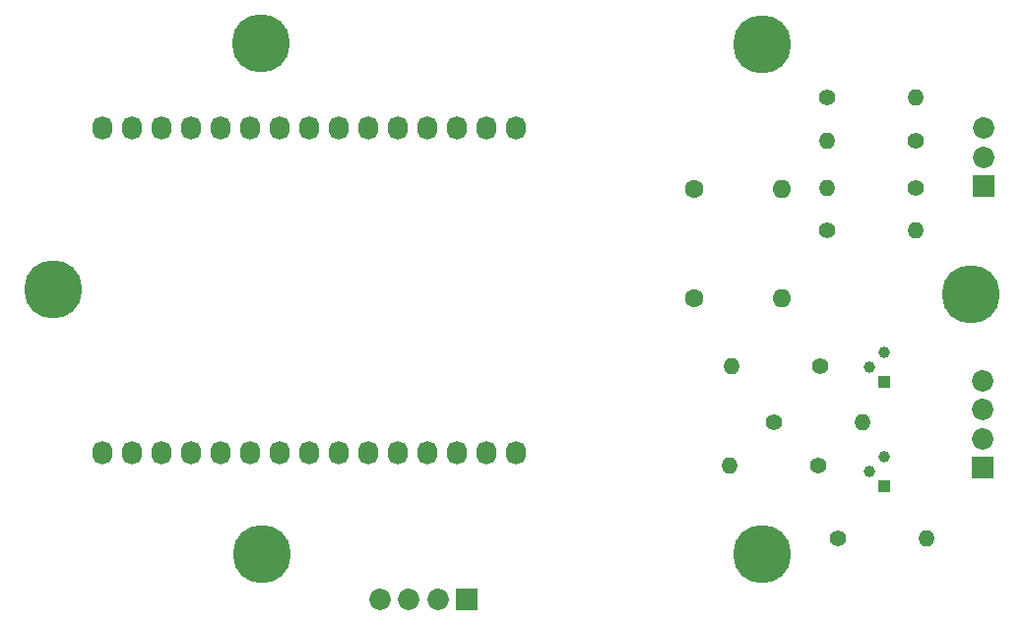
<source format=gbr>
G04 #@! TF.FileFunction,Soldermask,Top*
%FSLAX46Y46*%
G04 Gerber Fmt 4.6, Leading zero omitted, Abs format (unit mm)*
G04 Created by KiCad (PCBNEW 4.0.6) date 06/19/17 18:14:00*
%MOMM*%
%LPD*%
G01*
G04 APERTURE LIST*
%ADD10C,0.100000*%
%ADD11C,1.600000*%
%ADD12O,1.600000X1.600000*%
%ADD13R,1.850000X1.850000*%
%ADD14C,1.850000*%
%ADD15C,1.000000*%
%ADD16R,1.000000X1.000000*%
%ADD17C,1.400000*%
%ADD18O,1.400000X1.400000*%
%ADD19O,1.727200X2.032000*%
%ADD20C,5.000000*%
G04 APERTURE END LIST*
D10*
D11*
X130830000Y-101420000D03*
D12*
X138330000Y-101420000D03*
D11*
X130830000Y-92022000D03*
D12*
X138330000Y-92022000D03*
D13*
X155700000Y-91800000D03*
D14*
X155700000Y-89300000D03*
X155700000Y-86800000D03*
D13*
X155600000Y-116000000D03*
D14*
X155600000Y-113500000D03*
X155600000Y-111000000D03*
X155600000Y-108500000D03*
D13*
X111272000Y-127328000D03*
D14*
X108772000Y-127328000D03*
X106272000Y-127328000D03*
X103772000Y-127328000D03*
D15*
X145830000Y-116330000D03*
X147100000Y-115060000D03*
D16*
X147100000Y-117600000D03*
D15*
X145830000Y-107330000D03*
X147100000Y-106060000D03*
D16*
X147100000Y-108600000D03*
D17*
X149829200Y-87881800D03*
D18*
X142209200Y-87881800D03*
D17*
X142260000Y-84148000D03*
D18*
X149880000Y-84148000D03*
D17*
X141498000Y-115821800D03*
D18*
X133878000Y-115821800D03*
D17*
X143149000Y-122070200D03*
D18*
X150769000Y-122070200D03*
D17*
X149829200Y-91920400D03*
D18*
X142209200Y-91920400D03*
D17*
X142260000Y-95578000D03*
D18*
X149880000Y-95578000D03*
D17*
X141650400Y-107287400D03*
D18*
X134030400Y-107287400D03*
D17*
X137688000Y-112088000D03*
D18*
X145308000Y-112088000D03*
D19*
X115500000Y-86800000D03*
X112960000Y-86800000D03*
X110420000Y-86800000D03*
X107880000Y-86800000D03*
X105340000Y-86800000D03*
X102800000Y-86800000D03*
X100260000Y-86800000D03*
X97720000Y-86800000D03*
X95180000Y-86800000D03*
X92640000Y-86800000D03*
X90100000Y-86800000D03*
X87560000Y-86800000D03*
X85020000Y-86800000D03*
X82480000Y-86800000D03*
X79940000Y-86800000D03*
X115500000Y-114740000D03*
X85020000Y-114740000D03*
X82480000Y-114740000D03*
X87560000Y-114740000D03*
X102800000Y-114740000D03*
X105340000Y-114740000D03*
X100260000Y-114740000D03*
X79940000Y-114740000D03*
X95180000Y-114740000D03*
X97720000Y-114740000D03*
X92640000Y-114740000D03*
X90100000Y-114740000D03*
X110420000Y-114740000D03*
X107880000Y-114740000D03*
X112960000Y-114740000D03*
D20*
X93600000Y-123400000D03*
X93500000Y-79500000D03*
X136600000Y-79600000D03*
X136600000Y-123400000D03*
X75700000Y-100700000D03*
X154600000Y-101100000D03*
M02*

</source>
